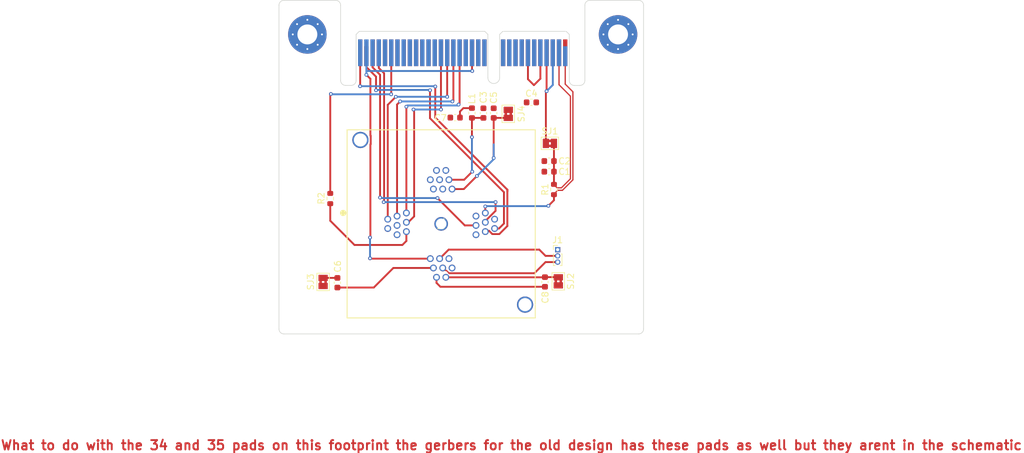
<source format=kicad_pcb>
(kicad_pcb (version 20240108) (generator "pcbnew") (generator_version "8.0")
  (layers (0 "F.Cu" signal) (31 "B.Cu" signal) (34 "B.Paste" user) (35 "F.Paste" user) (36 "B.SilkS" user "B.Silkscreen") (37 "F.SilkS" user "F.Silkscreen") (38 "B.Mask" user) (39 "F.Mask" user) (44 "Edge.Cuts" user))
  (net 0 "")
  (net 1 "+3V3")
  (net 2 "GND")
  (net 3 "Net-(U1-PAVDD)")
  (net 4 "Net-(U1-DVDD)")
  (net 5 "Net-(U1-AVDD)")
  (net 6 "/SHUNTH")
  (net 7 "Net-(U1-RF2G4_IO2)")
  (net 8 "Net-(U1-RF2G4_IO1)")
  (net 9 "/SWCLK")
  (net 16 "/RST")
  (net 17 "/GPIO1")
  (net 18 "Net-(P1-CLKOUT)")
  (net 20 "/GPIO4")
  (net 24 "/GPIO2")
  (net 25 "/FILT")
  (net 33 "Net-(P1-FILTIN)")
  (net 35 "/SWDIO")
  (net 39 "/GPIO3")
  (net 40 "/TDI")
  (net 43 "/TDO")
  (net 45 "/SHUNTL")
  (net 56 "/CLKIN")
  (footprint "Inductor_SMD:L_0603_1608Metric" (layer "F.Cu") (at 141.55 84.112499 -90)
    (property "Reference" "L1" (at -2.312499 0 90) (layer "F.SilkS"))
    (property "Value" "IND_1K_0603")
    (fp_line (start -0.16278 0.51) (end 0.16278 0.51) (stroke (width 0.12)) (layer "F.SilkS"))
    (fp_line (start -0.16278 -0.51) (end 0.16278 -0.51) (stroke (width 0.12)) (layer "F.SilkS"))
    (pad "1" smd roundrect (at -0.787501 0 270) (size 0.875 0.95) (layers "F.Cu" "F.Paste" "F.Mask") (net 1 "+3V3"))
    (pad "2" smd roundrect (at 0.787501 0 270) (size 0.875 0.95) (layers "F.Cu" "F.Paste" "F.Mask") (net 5 "Net-(U1-AVDD)"))
  )
  (footprint "Capacitor_SMD:C_0603_1608Metric" (layer "F.Cu") (at 153.975 91.85)
    (property "Reference" "C2" (at 2.475 0 0) (layer "F.SilkS"))
    (property "Value" "CAP_2u2_10V_0603")
    (fp_line (start -0.14058 -0.51) (end 0.14058 -0.51) (stroke (width 0.12)) (layer "F.SilkS"))
    (fp_line (start -0.14058 0.51) (end 0.14058 0.51) (stroke (width 0.12)) (layer "F.SilkS"))
    (pad "1" smd roundrect (at -0.775 0) (size 0.9 0.95) (layers "F.Cu" "F.Paste" "F.Mask") (net 2 "GND"))
    (pad "2" smd roundrect (at 0.775 0) (size 0.9 0.95) (layers "F.Cu" "F.Paste" "F.Mask") (net 6 "/SHUNTH"))
  )
  (footprint "tutorial_2_library:CW312_Template" (layer "F.Cu") (at 115.065 71.465)
    (property "Reference" "P1" (hide yes))
    (property "Value" "PCIEx4 EDGE CONNECTOR")
    (fp_line (start -4.57 -4.69) (end -4.57 47.4) (stroke (width 0.1)) (layer "Edge.Cuts"))
    (fp_line (start 4.55 -5.49) (end -3.77 -5.49) (stroke (width 0.1)) (layer "Edge.Cuts"))
    (fp_line (start 5.35 7.4) (end 5.35 -4.69) (stroke (width 0.1)) (layer "Edge.Cuts"))
    (fp_line (start 7.05 8.2) (end 6.15 8.2) (stroke (width 0.1)) (layer "Edge.Cuts"))
    (fp_line (start 7.85 0) (end 8.35 -0.5) (stroke (width 0.1)) (layer "Edge.Cuts"))
    (fp_line (start 7.85 7.4) (end 7.85 0) (stroke (width 0.1)) (layer "Edge.Cuts"))
    (fp_line (start 28.55 -0.5) (end 8.35 -0.5) (stroke (width 0.1)) (layer "Edge.Cuts"))
    (fp_line (start 29.05 0) (end 28.55 -0.5) (stroke (width 0.1)) (layer "Edge.Cuts"))
    (fp_line (start 29.05 6.95) (end 29.05 0) (stroke (width 0.1)) (layer "Edge.Cuts"))
    (fp_line (start 30.95 0) (end 31.45 -0.5) (stroke (width 0.1)) (layer "Edge.Cuts"))
    (fp_line (start 30.95 6.95) (end 30.95 0) (stroke (width 0.1)) (layer "Edge.Cuts"))
    (fp_line (start 41.65 -0.5) (end 31.45 -0.5) (stroke (width 0.1)) (layer "Edge.Cuts"))
    (fp_line (start 42.15 0) (end 41.65 -0.5) (stroke (width 0.1)) (layer "Edge.Cuts"))
    (fp_line (start 42.15 7.41) (end 42.15 0) (stroke (width 0.1)) (layer "Edge.Cuts"))
    (fp_line (start 42.95 8.21) (end 43.86 8.21) (stroke (width 0.1)) (layer "Edge.Cuts"))
    (fp_line (start 44.66 7.41) (end 44.66 -4.69) (stroke (width 0.1)) (layer "Edge.Cuts"))
    (fp_line (start 45.46 -5.49) (end 53.31 -5.49) (stroke (width 0.1)) (layer "Edge.Cuts"))
    (fp_line (start 53.31 48.2) (end -3.77 48.2) (stroke (width 0.1)) (layer "Edge.Cuts"))
    (fp_line (start 54.11 -4.69) (end 54.11 47.4) (stroke (width 0.1)) (layer "Edge.Cuts"))
    (fp_arc (start -4.57 -4.69) (mid -4.335685 -5.255685) (end -3.77 -5.49) (stroke (width 0.1)) (layer "Edge.Cuts"))
    (fp_arc (start -3.77 48.2) (mid -4.335685 47.965685) (end -4.57 47.4) (stroke (width 0.1)) (layer "Edge.Cuts"))
    (fp_arc (start 4.55 -5.49) (mid 5.115685 -5.255685) (end 5.35 -4.69) (stroke (width 0.1)) (layer "Edge.Cuts"))
    (fp_arc (start 6.15 8.2) (mid 5.584315 7.965685) (end 5.35 7.4) (stroke (width 0.1)) (layer "Edge.Cuts"))
    (fp_arc (start 7.85 7.4) (mid 7.615685 7.965685) (end 7.05 8.2) (stroke (width 0.1)) (layer "Edge.Cuts"))
    (fp_arc (start 30.95 6.95) (mid 30 7.9) (end 29.05 6.95) (stroke (width 0.1)) (layer "Edge.Cuts"))
    (fp_arc (start 42.95 8.21) (mid 42.384315 7.975685) (end 42.15 7.41) (stroke (width 0.1)) (layer "Edge.Cuts"))
    (fp_arc (start 44.66 -4.69) (mid 44.894315 -5.255685) (end 45.46 -5.49) (stroke (width 0.1)) (layer "Edge.Cuts"))
    (fp_arc (start 44.66 7.41) (mid 44.425685 7.975685) (end 43.86 8.21) (stroke (width 0.1)) (layer "Edge.Cuts"))
    (fp_arc (start 53.31 -5.49) (mid 53.875685 -5.255685) (end 54.11 -4.69) (stroke (width 0.1)) (layer "Edge.Cuts"))
    (fp_arc (start 54.11 47.4) (mid 53.875685 47.965685) (end 53.31 48.2) (stroke (width 0.1)) (layer "Edge.Cuts"))
    (pad "A1" connect rect (at 41.5 3.5 180) (size 0.7 3.2) (layers "B.Cu" "B.Mask") (net 2 "GND"))
    (pad "A2" connect rect (at 40.5 2.95 180) (size 0.7 4.3) (layers "B.Cu" "B.Mask") (net 2 "GND"))
    (pad "A3" connect rect (at 39.5 2.95 180) (size 0.7 4.3) (layers "B.Cu" "B.Mask") (net 25 "/FILT"))
    (pad "A4" connect rect (at 38.5 2.95 180) (size 0.7 4.3) (layers "B.Cu" "B.Mask"))
    (pad "A5" connect rect (at 37.5 2.95 180) (size 0.7 4.3) (layers "B.Cu" "B.Mask") (net 1 "+3V3"))
    (pad "A6" connect rect (at 36.5 2.95 180) (size 0.7 4.3) (layers "B.Cu" "B.Mask"))
    (pad "A7" connect rect (at 35.5 2.95 180) (size 0.7 4.3) (layers "B.Cu" "B.Mask"))
    (pad "A8" connect rect (at 34.5 2.95 180) (size 0.7 4.3) (layers "B.Cu" "B.Mask") (net 2 "GND"))
    (pad "A9" connect rect (at 33.5 2.95 180) (size 0.7 4.3) (layers "B.Cu" "B.Mask"))
    (pad "A10" connect rect (at 32.5 2.95 180) (size 0.7 4.3) (layers "B.Cu" "B.Mask"))
    (pad "A11" connect rect (at 31.5 2.95 180) (size 0.7 4.3) (layers "B.Cu" "B.Mask"))
    (pad "A12" connect rect (at 28.5 2.95 180) (size 0.7 4.3) (layers "B.Cu" "B.Mask"))
    (pad "A13" connect rect (at 27.5 2.95 180) (size 0.7 4.3) (layers "B.Cu" "B.Mask"))
    (pad "A14" connect rect (at 26.5 2.95 180) (size 0.7 4.3) (layers "B.Cu" "B.Mask"))
    (pad "A15" connect rect (at 25.5 2.95 180) (size 0.7 4.3) (layers "B.Cu" "B.Mask"))
    (pad "A16" connect rect (at 24.5 2.95 180) (size 0.7 4.3) (layers "B.Cu" "B.Mask"))
    (pad "A17" connect rect (at 23.5 2.95 180) (size 0.7 4.3) (layers "B.Cu" "B.Mask"))
    (pad "A18" connect rect (at 22.5 2.95 180) (size 0.7 4.3) (layers "B.Cu" "B.Mask"))
    (pad "A19" connect rect (at 21.5 2.95 180) (size 0.7 4.3) (layers "B.Cu" "B.Mask"))
    (pad "A20" connect rect (at 20.5 2.95 180) (size 0.7 4.3) (layers "B.Cu" "B.Mask") (net 2 "GND"))
    (pad "A21" connect rect (at 19.5 2.95 180) (size 0.7 4.3) (layers "B.Cu" "B.Mask"))
    (pad "A22" connect rect (at 18.5 2.95 180) (size 0.7 4.3) (layers "B.Cu" "B.Mask"))
    (pad "A23" connect rect (at 17.5 2.95 180) (size 0.7 4.3) (layers "B.Cu" "B.Mask"))
    (pad "A24" connect rect (at 16.5 2.95 180) (size 0.7 4.3) (layers "B.Cu" "B.Mask"))
    (pad "A25" connect rect (at 15.5 2.95 180) (size 0.7 4.3) (layers "B.Cu" "B.Mask"))
    (pad "A26" connect rect (at 14.5 2.95 180) (size 0.7 4.3) (layers "B.Cu" "B.Mask"))
    (pad "A27" connect rect (at 13.5 2.95 180) (size 0.7 4.3) (layers "B.Cu" "B.Mask") (net 2 "GND"))
    (pad "A28" connect rect (at 12.5 2.95 180) (size 0.7 4.3) (layers "B.Cu" "B.Mask") (net 2 "GND"))
    (pad "A29" connect rect (at 11.5 2.95 180) (size 0.7 4.3) (layers "B.Cu" "B.Mask"))
    (pad "A30" connect rect (at 10.5 2.95 180) (size 0.7 4.3) (layers "B.Cu" "B.Mask"))
    (pad "A31" connect rect (at 9.5 2.95 180) (size 0.7 4.3) (layers "B.Cu" "B.Mask") (net 16 "/RST"))
    (pad "A32" connect rect (at 8.5 2.95 180) (size 0.7 4.3) (layers "B.Cu" "B.Mask"))
    (pad "B1" connect rect (at 41.5 2.95 180) (size 0.7 4.3) (layers "F.Cu" "F.Mask") (net 45 "/SHUNTL"))
    (pad "B2" connect rect (at 40.5 2.95 180) (size 0.7 4.3) (layers "F.Cu" "F.Mask") (net 6 "/SHUNTH"))
    (pad "B3" connect rect (at 39.5 2.95 180) (size 0.7 4.3) (layers "F.Cu" "F.Mask") (net 2 "GND"))
    (pad "B4" connect rect (at 38.5 2.95 180) (size 0.7 4.3) (layers "F.Cu" "F.Mask") (net 25 "/FILT"))
    (pad "B5" connect rect (at 37.5 2.95 180) (size 0.7 4.3) (layers "F.Cu" "F.Mask") (net 33 "Net-(P1-FILTIN)"))
    (pad "B6" connect rect (at 36.5 2.95 180) (size 0.7 4.3) (layers "F.Cu" "F.Mask"))
    (pad "B7" connect rect (at 35.5 2.95 180) (size 0.7 4.3) (layers "F.Cu" "F.Mask") (net 33 "Net-(P1-FILTIN)"))
    (pad "B8" connect rect (at 34.5 2.95 180) (size 0.7 4.3) (layers "F.Cu" "F.Mask"))
    (pad "B9" connect rect (at 33.5 2.95 180) (size 0.7 4.3) (layers "F.Cu" "F.Mask") (net 2 "GND"))
    (pad "B10" connect rect (at 32.5 2.95 180) (size 0.7 4.3) (layers "F.Cu" "F.Mask") (net 1 "+3V3"))
    (pad "B11" connect rect (at 31.5 2.95 180) (size 0.7 4.3) (layers "F.Cu" "F.Mask"))
    (pad "B12" connect rect (at 28.5 2.95 180) (size 0.7 4.3) (layers "F.Cu" "F.Mask"))
    (pad "B13" connect rect (at 27.5 2.95 180) (size 0.7 4.3) (layers "F.Cu" "F.Mask"))
    (pad "B14" connect rect (at 26.5 2.95 180) (size 0.7 4.3) (layers "F.Cu" "F.Mask") (net 16 "/RST"))
    (pad "B15" connect rect (at 25.5 2.95 180) (size 0.7 4.3) (layers "F.Cu" "F.Mask") (net 2 "GND"))
    (pad "B16" connect rect (at 24.5 2.95 180) (size 0.7 4.3) (layers "F.Cu" "F.Mask") (net 17 "/GPIO1"))
    (pad "B17" connect rect (at 23.5 2.95 180) (size 0.7 4.3) (layers "F.Cu" "F.Mask") (net 24 "/GPIO2"))
    (pad "B18" connect rect (at 22.5 2.95 180) (size 0.7 4.3) (layers "F.Cu" "F.Mask") (net 39 "/GPIO3"))
    (pad "B19" connect rect (at 21.5 2.95 180) (size 0.7 4.3) (layers "F.Cu" "F.Mask") (net 20 "/GPIO4"))
    (pad "B20" connect rect (at 20.5 2.95 180) (size 0.7 4.3) (layers "F.Cu" "F.Mask"))
    (pad "B21" connect rect (at 19.5 2.95 180) (size 0.7 4.3) (layers "F.Cu" "F.Mask") (net 2 "GND"))
    (pad "B22" connect rect (at 18.5 2.95 180) (size 0.7 4.3) (layers "F.Cu" "F.Mask") (net 2 "GND"))
    (pad "B23" connect rect (at 17.5 2.95 180) (size 0.7 4.3) (layers "F.Cu" "F.Mask"))
    (pad "B24" connect rect (at 16.5 2.95 180) (size 0.7 4.3) (layers "F.Cu" "F.Mask"))
    (pad "B25" connect rect (at 15.5 2.95 180) (size 0.7 4.3) (layers "F.Cu" "F.Mask"))
    (pad "B26" connect rect (at 14.5 2.95 180) (size 0.7 4.3) (layers "F.Cu" "F.Mask"))
    (pad "B27" connect rect (at 13.5 2.95 180) (size 0.7 4.3) (layers "F.Cu" "F.Mask") (net 18 "Net-(P1-CLKOUT)"))
    (pad "B28" connect rect (at 12.5 2.95 180) (size 0.7 4.3) (layers "F.Cu" "F.Mask"))
    (pad "B29" connect rect (at 11.5 2.95 180) (size 0.7 4.3) (layers "F.Cu" "F.Mask") (net 40 "/TDI"))
    (pad "B30" connect rect (at 10.5 2.95 180) (size 0.7 4.3) (layers "F.Cu" "F.Mask") (net 43 "/TDO"))
    (pad "B31" connect rect (at 9.5 3.5 180) (size 0.7 3.2) (layers "F.Cu" "F.Mask") (net 35 "/SWDIO"))
    (pad "B32" connect rect (at 8.5 2.95 180) (size 0.7 4.3) (layers "F.Cu" "F.Mask") (net 9 "/SWCLK"))
    (pad "MH" thru_hole circle (at -2.35 0) (size 1 1) (drill 0.3) (layers "*.Cu" "*.Mask"))
    (pad "MH" thru_hole circle (at -1.66 -1.66) (size 1 1) (drill 0.3) (layers "*.Cu" "*.Mask"))
    (pad "MH" thru_hole circle (at -1.66 1.66) (size 1 1) (drill 0.3) (layers "*.Cu" "*.Mask"))
    (pad "MH" thru_hole circle (at 0 -2.35) (size 1 1) (drill 0.3) (layers "*.Cu" "*.Mask"))
    (pad "MH" thru_hole circle (at 0 0) (size 6.2 6.2) (drill 3.2) (layers "*.Cu" "*.Mask"))
    (pad "MH" thru_hole circle (at 0 2.35) (size 1 1) (drill 0.3) (layers "*.Cu" "*.Mask"))
    (pad "MH" thru_hole circle (at 1.66 -1.66) (size 1 1) (drill 0.3) (layers "*.Cu" "*.Mask"))
    (pad "MH" thru_hole circle (at 1.66 1.66) (size 1 1) (drill 0.3) (layers "*.Cu" "*.Mask"))
    (pad "MH" thru_hole circle (at 2.35 0) (size 1 1) (drill 0.3) (layers "*.Cu" "*.Mask"))
    (pad "MH" thru_hole circle (at 47.65 0) (size 1 1) (drill 0.3) (layers "*.Cu" "*.Mask"))
    (pad "MH" thru_hole circle (at 48.34 -1.66) (size 1 1) (drill 0.3) (layers "*.Cu" "*.Mask"))
    (pad "MH" thru_hole circle (at 48.34 1.66) (size 1 1) (drill 0.3) (layers "*.Cu" "*.Mask"))
    (pad "MH" thru_hole circle (at 50 -2.34) (size 1 1) (drill 0.3) (layers "*.Cu" "*.Mask"))
    (pad "MH" thru_hole circle (at 50 0) (size 6.2 6.2) (drill 3.2) (layers "*.Cu" "*.Mask"))
    (pad "MH" thru_hole circle (at 50 2.36) (size 1 1) (drill 0.3) (layers "*.Cu" "*.Mask"))
    (pad "MH" thru_hole circle (at 51.66 -1.66) (size 1 1) (drill 0.3) (layers "*.Cu" "*.Mask"))
    (pad "MH" thru_hole circle (at 51.66 1.66) (size 1 1) (drill 0.3) (layers "*.Cu" "*.Mask"))
    (pad "MH" thru_hole circle (at 52.35 0) (size 1 1) (drill 0.3) (layers "*.Cu" "*.Mask"))
  )
  (footprint "Capacitor_SMD:C_0603_1608Metric" (layer "F.Cu") (at 153.975 93.55)
    (property "Reference" "C1" (at 2.475 0 0) (layer "F.SilkS"))
    (property "Value" "CAP_100n_10V_0603")
    (fp_line (start -0.14058 -0.51) (end 0.14058 -0.51) (stroke (width 0.12)) (layer "F.SilkS"))
    (fp_line (start -0.14058 0.51) (end 0.14058 0.51) (stroke (width 0.12)) (layer "F.SilkS"))
    (pad "1" smd roundrect (at -0.775 0) (size 0.9 0.95) (layers "F.Cu" "F.Paste" "F.Mask") (net 2 "GND"))
    (pad "2" smd roundrect (at 0.775 0) (size 0.9 0.95) (layers "F.Cu" "F.Paste" "F.Mask") (net 6 "/SHUNTH"))
  )
  (footprint "Resistor_SMD:R_0603_1608Metric" (layer "F.Cu") (at 154.75 96.425 90)
    (property "Reference" "R1" (at 0 -1.43 90) (layer "F.SilkS"))
    (property "Value" "RES_22R_0603")
    (fp_line (start -0.237258 -0.5225) (end 0.237258 -0.5225) (stroke (width 0.12)) (layer "F.SilkS"))
    (fp_line (start -0.237258 0.5225) (end 0.237258 0.5225) (stroke (width 0.12)) (layer "F.SilkS"))
    (pad "1" smd roundrect (at -0.825 0 90) (size 0.8 0.95) (layers "F.Cu" "F.Paste" "F.Mask") (net 45 "/SHUNTL"))
    (pad "2" smd roundrect (at 0.825 0 90) (size 0.8 0.95) (layers "F.Cu" "F.Paste" "F.Mask") (net 6 "/SHUNTH"))
  )
  (footprint "Capacitor_SMD:C_0603_1608Metric" (layer "F.Cu") (at 145.05 84.125 -90)
    (property "Reference" "C5" (at -2.475 0 90) (layer "F.SilkS"))
    (property "Value" "CAP_100n_10V_0603")
    (fp_line (start -0.140581 0.51) (end 0.140581 0.51) (stroke (width 0.12)) (layer "F.SilkS"))
    (fp_line (start -0.140581 -0.51) (end 0.140581 -0.51) (stroke (width 0.12)) (layer "F.SilkS"))
    (pad "1" smd roundrect (at -0.775 0 270) (size 0.9 0.95) (layers "F.Cu" "F.Paste" "F.Mask") (net 2 "GND"))
    (pad "2" smd roundrect (at 0.775 0 270) (size 0.9 0.95) (layers "F.Cu" "F.Paste" "F.Mask") (net 4 "Net-(U1-DVDD)"))
  )
  (footprint "Connector_PinHeader_1.00mm:PinHeader_1x03_P1.00mm_Vertical" (layer "F.Cu") (at 155.3461 106.103899)
    (property "Reference" "J1" (at 0 -1.560001 360) (layer "F.SilkS"))
    (property "Value" "1x3 straight header pins")
    (fp_line (start -0.695 -0.685) (end 0 -0.685) (stroke (width 0.12)) (layer "F.SilkS"))
    (fp_line (start -0.695 0) (end -0.695 -0.685) (stroke (width 0.12)) (layer "F.SilkS"))
    (fp_line (start -0.695 0.685) (end -0.695 2.56) (stroke (width 0.12)) (layer "F.SilkS"))
    (fp_line (start -0.695 0.685) (end -0.608276 0.685) (stroke (width 0.12)) (layer "F.SilkS"))
    (fp_line (start -0.695 2.56) (end -0.394493 2.56) (stroke (width 0.12)) (layer "F.SilkS"))
    (fp_line (start 0.394493 2.56) (end 0.695 2.56) (stroke (width 0.12)) (layer "F.SilkS"))
    (fp_line (start 0.608276 0.685) (end 0.695 0.685) (stroke (width 0.12)) (layer "F.SilkS"))
    (fp_line (start 0.695 0.685) (end 0.695 2.56) (stroke (width 0.12)) (layer "F.SilkS"))
    (pad "1" thru_hole rect (at 0 0) (size 0.85 0.85) (drill 0.5) (layers "*.Cu" "*.Mask") (net 2 "GND"))
    (pad "2" thru_hole oval (at 0 1) (size 0.85 0.85) (drill 0.5) (layers "*.Cu" "*.Mask") (net 7 "Net-(U1-RF2G4_IO2)"))
    (pad "3" thru_hole oval (at 0 2.000001) (size 0.85 0.85) (drill 0.5) (layers "*.Cu" "*.Mask") (net 8 "Net-(U1-RF2G4_IO1)"))
  )
  (footprint "Capacitor_SMD:C_0603_1608Metric" (layer "F.Cu") (at 153.3 111.3 90)
    (property "Reference" "C8" (at -2.5 0.05 90) (layer "F.SilkS"))
    (property "Value" "CAP_100n_10V_0603")
    (fp_line (start -0.140581 -0.51) (end 0.140581 -0.51) (stroke (width 0.12)) (layer "F.SilkS"))
    (fp_line (start -0.140581 0.51) (end 0.140581 0.51) (stroke (width 0.12)) (layer "F.SilkS"))
    (pad "1" smd roundrect (at -0.775 0 90) (size 0.9 0.95) (layers "F.Cu" "F.Paste" "F.Mask") (net 2 "GND"))
    (pad "2" smd roundrect (at 0.775 0 90) (size 0.9 0.95) (layers "F.Cu" "F.Paste" "F.Mask") (net 3 "Net-(U1-PAVDD)"))
  )
  (footprint "Capacitor_SMD:C_0603_1608Metric" (layer "F.Cu") (at 151.125 82.4)
    (property "Reference" "C4" (at 0 -1.43 0) (layer "F.SilkS"))
    (property "Value" "CAP_2u2_10V_0603")
    (fp_line (start -0.14058 -0.51) (end 0.14058 -0.51) (stroke (width 0.12)) (layer "F.SilkS"))
    (fp_line (start -0.14058 0.51) (end 0.14058 0.51) (stroke (width 0.12)) (layer "F.SilkS"))
    (pad "1" smd roundrect (at -0.775 0) (size 0.9 0.95) (layers "F.Cu" "F.Paste" "F.Mask") (net 2 "GND"))
    (pad "2" smd roundrect (at 0.775 0) (size 0.9 0.95) (layers "F.Cu" "F.Paste" "F.Mask") (net 1 "+3V3"))
  )
  (footprint "Capacitor_SMD:C_0603_1608Metric" (layer "F.Cu") (at 143.4 84.125 -90)
    (property "Reference" "C3" (at -2.525 0 90) (layer "F.SilkS"))
    (property "Value" "CAP_100n_10V_0603")
    (fp_line (start -0.140581 0.51) (end 0.140581 0.51) (stroke (width 0.12)) (layer "F.SilkS"))
    (fp_line (start -0.140581 -0.51) (end 0.140581 -0.51) (stroke (width 0.12)) (layer "F.SilkS"))
    (pad "1" smd roundrect (at -0.775 0 270) (size 0.9 0.95) (layers "F.Cu" "F.Paste" "F.Mask") (net 2 "GND"))
    (pad "2" smd roundrect (at 0.775 0 270) (size 0.9 0.95) (layers "F.Cu" "F.Paste" "F.Mask") (net 5 "Net-(U1-AVDD)"))
  )
  (footprint "Jumper:SolderJumper-2_P1.3mm_Bridged2Bar_Pad1.0x1.5mm" (layer "F.Cu") (at 117.6 111.3 -90)
    (property "Reference" "SJ3" (at 0 2 90) (layer "F.SilkS"))
    (property "Value" "~")
    (fp_poly (pts (xy -0.25 0.2) (xy 0.25 0.2) (xy 0.25 0.6) (xy -0.25 0.6)) (fill solid) (layer "F.Cu"))
    (fp_poly (pts (xy -0.25 -0.6) (xy 0.25 -0.6) (xy 0.25 -0.2) (xy -0.25 -0.2)) (fill solid) (layer "F.Cu"))
    (fp_line (start -1.4 1) (end -1.4 -1) (stroke (width 0.12)) (layer "F.SilkS"))
    (fp_line (start 1.4 1) (end -1.4 1) (stroke (width 0.12)) (layer "F.SilkS"))
    (fp_line (start -1.4 -1) (end 1.4 -1) (stroke (width 0.12)) (layer "F.SilkS"))
    (fp_line (start 1.4 -1) (end 1.4 1) (stroke (width 0.12)) (layer "F.SilkS"))
    (pad "1" smd rect (at -0.649999 0 270) (size 1 1.5) (layers "F.Cu" "F.Mask") (net 2 "GND"))
    (pad "2" smd rect (at 0.649999 0 270) (size 1 1.5) (layers "F.Cu" "F.Mask") (net 1 "+3V3"))
  )
  (footprint "Capacitor_SMD:C_0603_1608Metric" (layer "F.Cu") (at 119.9 111.425 -90)
    (property "Reference" "C6" (at -2.625 -0.05 90) (layer "F.SilkS"))
    (property "Value" "CAP_100n_10V_0603")
    (fp_line (start -0.140581 0.51) (end 0.140581 0.51) (stroke (width 0.12)) (layer "F.SilkS"))
    (fp_line (start -0.140581 -0.51) (end 0.140581 -0.51) (stroke (width 0.12)) (layer "F.SilkS"))
    (pad "1" smd roundrect (at -0.775 0 270) (size 0.9 0.95) (layers "F.Cu" "F.Paste" "F.Mask") (net 2 "GND"))
    (pad "2" smd roundrect (at 0.775 0 270) (size 0.9 0.95) (layers "F.Cu" "F.Paste" "F.Mask") (net 2 "GND"))
  )
  (footprint "Jumper:SolderJumper-2_P1.3mm_Bridged2Bar_Pad1.0x1.5mm" (layer "F.Cu") (at 155.45 111.200001 -90)
    (property "Reference" "SJ2" (at -0.000001 -2 90) (layer "F.SilkS"))
    (property "Value" "~")
    (fp_poly (pts (xy -0.25 0.2) (xy 0.25 0.2) (xy 0.25 0.6) (xy -0.25 0.6)) (fill solid) (layer "F.Cu"))
    (fp_poly (pts (xy -0.25 -0.6) (xy 0.25 -0.6) (xy 0.25 -0.2) (xy -0.25 -0.2)) (fill solid) (layer "F.Cu"))
    (fp_line (start -1.4 1) (end -1.4 -1) (stroke (width 0.12)) (layer "F.SilkS"))
    (fp_line (start 1.4 1) (end -1.4 1) (stroke (width 0.12)) (layer "F.SilkS"))
    (fp_line (start -1.4 -1) (end 1.4 -1) (stroke (width 0.12)) (layer "F.SilkS"))
    (fp_line (start 1.4 -1) (end 1.4 1) (stroke (width 0.12)) (layer "F.SilkS"))
    (pad "1" smd rect (at -0.649999 0 270) (size 1 1.5) (layers "F.Cu" "F.Mask") (net 3 "Net-(U1-PAVDD)"))
    (pad "2" smd rect (at 0.649999 0 270) (size 1 1.5) (layers "F.Cu" "F.Mask") (net 1 "+3V3"))
  )
  (footprint "Resistor_SMD:R_0603_1608Metric" (layer "F.Cu") (at 118.75 97.875 -90)
    (property "Reference" "R2" (at -0.025 1.45 90) (layer "F.SilkS"))
    (property "Value" "RES_22R_0603")
    (fp_line (start -0.237258 0.5225) (end 0.237258 0.5225) (stroke (width 0.12)) (layer "F.SilkS"))
    (fp_line (start -0.237258 -0.5225) (end 0.237258 -0.5225) (stroke (width 0.12)) (layer "F.SilkS"))
    (pad "1" smd roundrect (at -0.825 0 270) (size 0.8 0.95) (layers "F.Cu" "F.Paste" "F.Mask") (net 18 "Net-(P1-CLKOUT)"))
    (pad "2" smd roundrect (at 0.825 0 270) (size 0.8 0.95) (layers "F.Cu" "F.Paste" "F.Mask") (net 56 "/CLKIN"))
  )
  (footprint "Jumper:SolderJumper-2_P1.3mm_Bridged2Bar_Pad1.0x1.5mm" (layer "F.Cu") (at 154.100001 89)
    (property "Reference" "SJ1" (at -0.000001 -1.95 360) (layer "F.SilkS"))
    (property "Value" "~")
    (fp_poly (pts (xy -0.25 -0.6) (xy 0.25 -0.6) (xy 0.25 -0.2) (xy -0.25 -0.2)) (fill solid) (layer "F.Cu"))
    (fp_poly (pts (xy -0.25 0.2) (xy 0.25 0.2) (xy 0.25 0.6) (xy -0.25 0.6)) (fill solid) (layer "F.Cu"))
    (fp_line (start -1.4 -1) (end 1.4 -1) (stroke (width 0.12)) (layer "F.SilkS"))
    (fp_line (start -1.4 1) (end -1.4 -1) (stroke (width 0.12)) (layer "F.SilkS"))
    (fp_line (start 1.4 -1) (end 1.4 1) (stroke (width 0.12)) (layer "F.SilkS"))
    (fp_line (start 1.4 1) (end -1.4 1) (stroke (width 0.12)) (layer "F.SilkS"))
    (pad "1" smd rect (at -0.649999 0) (size 1 1.5) (layers "F.Cu" "F.Mask") (net 25 "/FILT"))
    (pad "2" smd rect (at 0.649999 0) (size 1 1.5) (layers "F.Cu" "F.Mask") (net 6 "/SHUNTH"))
  )
  (footprint "tutorial_2_library:CONN_232-5205-01_3MM" (layer "F.Cu") (at 131.00057 100.198669 90)
    (property "Reference" "U1" (at -1.75133 5.6 90) (layer "F.SilkS"))
    (property "Value" "EFR32MG21A020F1024IM32-BR")
    (fp_line (start 13.38707 -9.5384) (end -16.88973 -9.5384) (stroke (width 0.1524)) (layer "F.SilkS"))
    (fp_line (start -16.88973 -9.5384) (end -16.88973 20.7384) (stroke (width 0.1524)) (layer "F.SilkS"))
    (fp_line (start 13.38707 -7.489464) (end 13.38707 -9.5384) (stroke (width 0.1524)) (layer "F.SilkS"))
    (fp_line (start 13.38707 20.7384) (end 13.38707 -7.310535) (stroke (width 0.1524)) (layer "F.SilkS"))
    (fp_line (start -14.661865 20.7384) (end 13.38707 20.7384) (stroke (width 0.1524)) (layer "F.SilkS"))
    (fp_line (start -16.88973 20.7384) (end -14.840794 20.7384) (stroke (width 0.1524)) (layer "F.SilkS"))
    (fp_circle (center 0 -10.1734) (end 0.254 -10.1734) (stroke (width 0.508)) (fill none) (layer "F.SilkS"))
    (pad "1" thru_hole circle (at 0 0 90) (size 1.0922 1.0922) (drill 0.7112) (layers "*.Cu" "*.Mask") (net 17 "/GPIO1"))
    (pad "2" thru_hole circle (at -0.50038 -1.500001 90) (size 1.0922 1.0922) (drill 0.7112) (layers "*.Cu" "*.Mask") (net 24 "/GPIO2"))
    (pad "3" thru_hole circle (at -1.00076 -3.000001 90) (size 1.0922 1.0922) (drill 0.7112) (layers "*.Cu" "*.Mask") (net 39 "/GPIO3"))
    (pad "4" thru_hole circle (at -1.50114 0 90) (size 1.0922 1.0922) (drill 0.7112) (layers "*.Cu" "*.Mask") (net 20 "/GPIO4"))
    (pad "5" thru_hole circle (at -2.001519 -1.500001 90) (size 1.0922 1.0922) (drill 0.7112) (layers "*.Cu" "*.Mask"))
    (pad "6" thru_hole circle (at -2.5019 -3.000002 90) (size 1.0922 1.0922) (drill 0.7112) (layers "*.Cu" "*.Mask"))
    (pad "7" thru_hole circle (at -3.002281 0 90) (size 1.0922 1.0922) (drill 0.7112) (layers "*.Cu" "*.Mask") (net 56 "/CLKIN"))
    (pad "8" thru_hole circle (at -3.502661 -1.500001 90) (size 1.0922 1.0922) (drill 0.7112) (layers "*.Cu" "*.Mask"))
    (pad "9" thru_hole circle (at -7.351329 3.84867 180) (size 1.0922 1.0922) (drill 0.7112) (layers "*.Cu" "*.Mask") (net 16 "/RST"))
    (pad "10" thru_hole circle (at -8.851331 4.34905 180) (size 1.0922 1.0922) (drill 0.7112) (layers "*.Cu" "*.Mask") (net 2 "GND"))
    (pad "11" thru_hole circle (at -10.351331 4.84943 180) (size 1.0922 1.0922) (drill 0.7112) (layers "*.Cu" "*.Mask") (net 2 "GND"))
    (pad "12" thru_hole circle (at -7.35133 5.34981 180) (size 1.0922 1.0922) (drill 0.7112) (layers "*.Cu" "*.Mask") (net 7 "Net-(U1-RF2G4_IO2)"))
    (pad "13" thru_hole circle (at -8.851331 5.85019 180) (size 1.0922 1.0922) (drill 0.7112) (layers "*.Cu" "*.Mask") (net 8 "Net-(U1-RF2G4_IO1)"))
    (pad "14" thru_hole circle (at -10.351331 6.35057 180) (size 1.0922 1.0922) (drill 0.7112) (layers "*.Cu" "*.Mask") (net 3 "Net-(U1-PAVDD)"))
    (pad "15" thru_hole circle (at -7.351329 6.85095 180) (size 1.0922 1.0922) (drill 0.7112) (layers "*.Cu" "*.Mask"))
    (pad "16" thru_hole circle (at -8.851331 7.35133 180) (size 1.0922 1.0922) (drill 0.7112) (layers "*.Cu" "*.Mask"))
    (pad "17" thru_hole circle (at -3.50266 11.199999 90) (size 1.0922 1.0922) (drill 0.7112) (layers "*.Cu" "*.Mask"))
    (pad "18" thru_hole circle (at -3.00228 12.700001 90) (size 1.0922 1.0922) (drill 0.7112) (layers "*.Cu" "*.Mask") (net 9 "/SWCLK"))
    (pad "19" thru_hole circle (at -2.501899 14.200001 90) (size 1.0922 1.0922) (drill 0.7112) (layers "*.Cu" "*.Mask") (net 35 "/SWDIO"))
    (pad "20" thru_hole circle (at -2.00152 11.199999 90) (size 1.0922 1.0922) (drill 0.7112) (layers "*.Cu" "*.Mask") (net 43 "/TDO"))
    (pad "21" thru_hole circle (at -1.50114 12.700001 90) (size 1.0922 1.0922) (drill 0.7112) (layers "*.Cu" "*.Mask") (net 40 "/TDI"))
    (pad "22" thru_hole circle (at -1.00076 14.200001 90) (size 1.0922 1.0922) (drill 0.7112) (layers "*.Cu" "*.Mask"))
    (pad "23" thru_hole circle (at -0.50038 11.199999 90) (size 1.0922 1.0922) (drill 0.7112) (layers "*.Cu" "*.Mask"))
    (pad "24" thru_hole circle (at 0 12.700001 90) (size 1.0922 1.0922) (drill 0.7112) (layers "*.Cu" "*.Mask") (net 45 "/SHUNTL"))
    (pad "25" thru_hole circle (at 3.848669 7.35133 180) (size 1.0922 1.0922) (drill 0.7112) (layers "*.Cu" "*.Mask") (net 4 "Net-(U1-DVDD)"))
    (pad "26" thru_hole circle (at 5.348671 6.85095 180) (size 1.0922 1.0922) (drill 0.7112) (layers "*.Cu" "*.Mask") (net 5 "Net-(U1-AVDD)"))
    (pad "27" thru_hole circle (at 6.848671 6.35057 180) (size 1.0922 1.0922) (drill 0.7112) (layers "*.Cu" "*.Mask") (net 1 "+3V3"))
    (pad "28" thru_hole circle (at 3.848669 5.85019 180) (size 1.0922 1.0922) (drill 0.7112) (layers "*.Cu" "*.Mask"))
    (pad "29" thru_hole circle (at 5.348671 5.349809 180) (size 1.0922 1.0922) (drill 0.7112) (layers "*.Cu" "*.Mask"))
    (pad "30" thru_hole circle (at 6.848671 4.84943 180) (size 1.0922 1.0922) (drill 0.7112) (layers "*.Cu" "*.Mask"))
    (pad "31" thru_hole circle (at 3.848669 4.34905 180) (size 1.0922 1.0922) (drill 0.7112) (layers "*.Cu" "*.Mask"))
    (pad "32" thru_hole circle (at 5.348671 3.84867 180) (size 1.0922 1.0922) (drill 0.7112) (layers "*.Cu" "*.Mask"))
    (pad "33" thru_hole circle (at -1.75133 5.6 90) (size 2.2098 2.2098) (drill 1.7018) (layers "*.Cu" "*.Mask") (net 2 "GND"))
    (pad "34" thru_hole circle (at -14.751329 19.100001 90) (size 2.6162 2.6162) (drill 2.1082) (layers "*.Cu" "*.Mask"))
    (pad "35" thru_hole circle (at 11.74867 -7.399999 90) (size 2.6162 2.6162) (drill 2.1082) (layers "*.Cu" "*.Mask"))
  )
  (footprint "Capacitor_SMD:C_0603_1608Metric" (layer "F.Cu") (at 138.85 84.85)
    (property "Reference" "C7" (at -2.35 0.05 0) (layer "F.SilkS"))
    (property "Value" "CAP_100n_10V_0603")
    (fp_line (start -0.14058 -0.51) (end 0.14058 -0.51) (stroke (width 0.12)) (layer "F.SilkS"))
    (fp_line (start -0.14058 0.51) (end 0.14058 0.51) (stroke (width 0.12)) (layer "F.SilkS"))
    (pad "1" smd roundrect (at -0.775 0) (size 0.9 0.95) (layers "F.Cu" "F.Paste" "F.Mask") (net 2 "GND"))
    (pad "2" smd roundrect (at 0.775 0) (size 0.9 0.95) (layers "F.Cu" "F.Paste" "F.Mask") (net 1 "+3V3"))
  )
  (footprint "Jumper:SolderJumper-2_P1.3mm_Bridged2Bar_Pad1.0x1.5mm" (layer "F.Cu") (at 147.4 84.250001 90)
    (property "Reference" "SJ4" (at 0.000001 2.1 90) (layer "F.SilkS"))
    (property "Value" "~")
    (fp_poly (pts (xy -0.25 -0.6) (xy 0.25 -0.6) (xy 0.25 -0.2) (xy -0.25 -0.2)) (fill solid) (layer "F.Cu"))
    (fp_poly (pts (xy -0.25 0.2) (xy 0.25 0.2) (xy 0.25 0.6) (xy -0.25 0.6)) (fill solid) (layer "F.Cu"))
    (fp_line (start 1.4 -1) (end 1.4 1) (stroke (width 0.12)) (layer "F.SilkS"))
    (fp_line (start -1.4 -1) (end 1.4 -1) (stroke (width 0.12)) (layer "F.SilkS"))
    (fp_line (start 1.4 1) (end -1.4 1) (stroke (width 0.12)) (layer "F.SilkS"))
    (fp_line (start -1.4 1) (end -1.4 -1) (stroke (width 0.12)) (layer "F.SilkS"))
    (pad "1" smd rect (at -0.649999 0 90) (size 1 1.5) (layers "F.Cu" "F.Mask") (net 4 "Net-(U1-DVDD)"))
    (pad "2" smd rect (at 0.649999 0 90) (size 1 1.5) (layers "F.Cu" "F.Mask") (net 1 "+3V3"))
  )
  (gr_text "What to do with the 34 and 35 pads on this footprint the gerbers for the old design has these pads as well but they arent in the schematic\n" (at 65.6 138.45 0) (layer "F.Cu") (effects (font (size 1.5 1.5) (thickness 0.3) (bold yes)) (justify left bottom)))
  (segment (start 141.55 83.324998) (end 140.175002 83.324998) (width 0.3) (layer "F.Cu") (net 1))
  (segment (start 140.175002 83.324998) (end 139.625 83.875) (width 0.3) (layer "F.Cu") (net 1))
  (segment (start 139.625 83.875) (end 139.625 84.85) (width 0.3) (layer "F.Cu") (net 1))
  (segment (start 136.475 112.075) (end 153.3 112.075) (width 0.3) (layer "F.Cu") (net 2))
  (segment (start 135.34962 109.05) (end 128.9 109.05) (width 0.3) (layer "F.Cu") (net 2))
  (segment (start 128.9 109.05) (end 125.75 112.2) (width 0.3) (layer "F.Cu") (net 2))
  (segment (start 119.9 110.65) (end 117.600001 110.65) (width 0.3) (layer "F.Cu") (net 2))
  (segment (start 117.600001 110.65) (end 117.6 110.650001) (width 0.2) (layer "F.Cu") (net 2))
  (segment (start 125.75 112.2) (end 119.9 112.2) (width 0.3) (layer "F.Cu") (net 2))
  (segment (start 135.85 110.55) (end 135.85 111.45) (width 0.3) (layer "F.Cu") (net 2))
  (segment (start 135.85 111.45) (end 136.475 112.075) (width 0.3) (layer "F.Cu") (net 2))
  (segment (start 153.125 110.35) (end 153.3 110.525) (width 0.3) (layer "F.Cu") (net 3))
  (segment (start 153.3 110.525) (end 155.424998 110.525) (width 0.3) (layer "F.Cu") (net 3))
  (segment (start 137.35114 110.55) (end 153.175 110.55) (width 0.3) (layer "F.Cu") (net 3))
  (segment (start 140.25 96.35) (end 138.3519 96.35) (width 0.3) (layer "F.Cu") (net 4))
  (segment (start 145.05 91.35) (end 145.05 84.9) (width 0.3) (layer "F.Cu") (net 4))
  (segment (start 142.35 94.25) (end 140.25 96.35) (width 0.3) (layer "F.Cu") (net 4))
  (segment (start 147.4 84.9) (end 145.05 84.9) (width 0.3) (layer "F.Cu") (net 4))
  (via (at 145.05 91.35) (size 0.6) (drill 0.3) (layers "F.Cu" "B.Cu") (net 4))
  (via (at 142.35 94.25) (size 0.6) (drill 0.3) (layers "F.Cu" "B.Cu") (net 4))
  (segment (start 145.05 89.15) (end 145.05 91.55) (width 0.3) (layer "B.Cu") (net 4))
  (segment (start 145.05 91.55) (end 142.35 94.25) (width 0.3) (layer "B.Cu") (net 4))
  (segment (start 140.300002 94.849998) (end 137.85152 94.849998) (width 0.3) (layer "F.Cu") (net 5))
  (segment (start 143.4 84.9) (end 141.55 84.9) (width 0.3) (layer "F.Cu") (net 5))
  (segment (start 141.6 93.55) (end 140.300002 94.849998) (width 0.3) (layer "F.Cu") (net 5))
  (segment (start 141.55 88) (end 141.55 84.9) (width 0.3) (layer "F.Cu") (net 5))
  (via (at 141.55 88) (size 0.6) (drill 0.3) (layers "F.Cu" "B.Cu") (net 5))
  (via (at 141.6 93.55) (size 0.6) (drill 0.3) (layers "F.Cu" "B.Cu") (net 5))
  (segment (start 141.55 93.5) (end 141.55 88) (width 0.3) (layer "B.Cu") (net 5))
  (segment (start 141.6 93.55) (end 141.55 93.5) (width 0.2) (layer "B.Cu") (net 5))
  (segment (start 155.565 79.565) (end 157.4 81.4) (width 0.2) (layer "F.Cu") (net 6))
  (segment (start 157.4 94.7) (end 155.95 96.15) (width 0.2) (layer "F.Cu") (net 6))
  (segment (start 155.25 96.15) (end 154.75 95.65) (width 0.2) (layer "F.Cu") (net 6))
  (segment (start 155.95 96.15) (end 155.25 96.15) (width 0.2) (layer "F.Cu") (net 6))
  (segment (start 154.75 93.55) (end 154.75 95.55) (width 0.3) (layer "F.Cu") (net 6))
  (segment (start 154.75 95.65) (end 154.75 95.6) (width 0.2) (layer "F.Cu") (net 6))
  (segment (start 154.75 89) (end 154.75 91.85) (width 0.3) (layer "F.Cu") (net 6))
  (segment (start 154.75 91.85) (end 154.75 93.55) (width 0.3) (layer "F.Cu") (net 6))
  (segment (start 157.4 81.4) (end 157.4 94.7) (width 0.2) (layer "F.Cu") (net 6))
  (segment (start 155.565 74.415) (end 155.565 79.565) (width 0.2) (layer "F.Cu") (net 6))
  (segment (start 153.396099 107.103899) (end 155.3461 107.103899) (width 0.3) (layer "F.Cu") (net 7))
  (segment (start 137.800379 106.1) (end 152.3922 106.1) (width 0.3) (layer "F.Cu") (net 7))
  (segment (start 136.35038 107.549999) (end 137.800379 106.1) (width 0.3) (layer "F.Cu") (net 7))
  (segment (start 152.3922 106.1) (end 153.396099 107.103899) (width 0.3) (layer "F.Cu") (net 7))
  (segment (start 153.3961 108.1039) (end 155.3461 108.1039) (width 0.3) (layer "F.Cu") (net 8))
  (segment (start 136.85076 109.05) (end 137.25 109.44924) (width 0.2) (layer "F.Cu") (net 8))
  (segment (start 151.6039 109.8961) (end 153.3961 108.1039) (width 0.3) (layer "F.Cu") (net 8))
  (segment (start 137.893807 109.8961) (end 151.6039 109.8961) (width 0.3) (layer "F.Cu") (net 8))
  (segment (start 137.25 109.44924) (end 137.446947 109.44924) (width 0.2) (layer "F.Cu") (net 8))
  (segment (start 155.3 108.15) (end 155.3461 108.1039) (width 0.2) (layer "F.Cu") (net 8))
  (segment (start 137.446947 109.44924) (end 137.893807 109.8961) (width 0.2) (layer "F.Cu") (net 8))
  (segment (start 145.953332 103.596668) (end 144.829394 103.596668) (width 0.3) (layer "F.Cu") (net 9))
  (segment (start 135.65 84.85) (end 147.25 96.45) (width 0.3) (layer "F.Cu") (net 9))
  (segment (start 147.25 96.45) (end 147.25 102.3) (width 0.3) (layer "F.Cu") (net 9))
  (segment (start 144.829394 103.596668) (end 144.304471 103.071745) (width 0.3) (layer "F.Cu") (net 9))
  (segment (start 143.829775 103.071745) (end 143.700571 103.200949) (width 0.3) (layer "F.Cu") (net 9))
  (segment (start 147.25 102.3) (end 145.953332 103.596668) (width 0.3) (layer "F.Cu") (net 9))
  (segment (start 135.65 79.85) (end 135.65 84.85) (width 0.3) (layer "F.Cu") (net 9))
  (segment (start 123.565 74.415) (end 123.565 79.785) (width 0.3) (layer "F.Cu") (net 9))
  (segment (start 147.25 96.75) (end 147.25 96.45) (width 0.3) (layer "F.Cu") (net 9))
  (segment (start 144.304471 103.071745) (end 143.829775 103.071745) (width 0.3) (layer "F.Cu") (net 9))
  (segment (start 123.565 79.785) (end 123.55 79.8) (width 0.3) (layer "F.Cu") (net 9))
  (via (at 123.55 79.8) (size 0.6) (drill 0.3) (layers "F.Cu" "B.Cu") (net 9))
  (via (at 135.65 79.85) (size 0.6) (drill 0.3) (layers "F.Cu" "B.Cu") (net 9))
  (segment (start 135.6 79.8) (end 135.65 79.85) (width 0.3) (layer "B.Cu") (net 9))
  (segment (start 123.55 79.8) (end 135.6 79.8) (width 0.3) (layer "B.Cu") (net 9))
  (segment (start 141.565 77.315) (end 141.6 77.35) (width 0.2) (layer "F.Cu") (net 16))
  (segment (start 125.258671 87.763191) (end 125.258671 89.136807) (width 0.3) (layer "F.Cu") (net 16))
  (segment (start 124.565 77.965763) (end 125.208671 78.609434) (width 0.3) (layer "F.Cu") (net 16))
  (segment (start 125.258671 89.136807) (end 125.208671 89.186807) (width 0.3) (layer "F.Cu") (net 16))
  (segment (start 125.208671 104.091329) (end 125.15 104.15) (width 0.2) (layer "F.Cu") (net 16))
  (segment (start 141.565 74.415) (end 141.565 77.315) (width 0.3) (layer "F.Cu") (net 16))
  (segment (start 125.208671 78.609434) (end 125.208671 87.713191) (width 0.3) (layer "F.Cu") (net 16))
  (segment (start 125.208671 87.713191) (end 125.258671 87.763191) (width 0.3) (layer "F.Cu") (net 16))
  (segment (start 125.199998 107.549998) (end 134.84924 107.549998) (width 0.3) (layer "F.Cu") (net 16))
  (segment (start 125.15 107.5) (end 125.199998 107.549998) (width 0.2) (layer "F.Cu") (net 16))
  (segment (start 125.208671 89.186807) (end 125.208671 104.091329) (width 0.3) (layer "F.Cu") (net 16))
  (via (at 125.15 107.5) (size 0.6) (drill 0.3) (layers "F.Cu" "B.Cu") (net 16))
  (via (at 125.15 104.15) (size 0.6) (drill 0.3) (layers "F.Cu" "B.Cu") (net 16))
  (via (at 124.565 77.965763) (size 0.6) (drill 0.3) (layers "F.Cu" "B.Cu") (net 16))
  (via (at 141.6 77.35) (size 0.6) (drill 0.3) (layers "F.Cu" "B.Cu") (net 16))
  (segment (start 141.6 77.35) (end 124.565 77.35) (width 0.3) (layer "B.Cu") (net 16))
  (segment (start 125.15 107.5) (end 125.15 104.15) (width 0.3) (layer "B.Cu") (net 16))
  (segment (start 124.565 77.965763) (end 124.565 74.415) (width 0.3) (layer "B.Cu") (net 16))
  (segment (start 131.00057 83.1) (end 131.00057 100.198669) (width 0.3) (layer "F.Cu") (net 17))
  (segment (start 139.4 82.75) (end 139.55 82.6) (width 0.2) (layer "F.Cu") (net 17))
  (segment (start 139.565 82.585) (end 139.565 74.415) (width 0.3) (layer "F.Cu") (net 17))
  (segment (start 139.4 82.75) (end 139.565 82.585) (width 0.3) (layer "F.Cu") (net 17))
  (segment (start 139.55 82.6) (end 139.55 80.43) (width 0.2) (layer "F.Cu") (net 17))
  (via (at 139.4 82.75) (size 0.6) (drill 0.3) (layers "F.Cu" "B.Cu") (net 17))
  (via (at 131.00057 83.1) (size 0.6) (drill 0.3) (layers "F.Cu" "B.Cu") (net 17))
  (segment (start 139.4 82.75) (end 139.25 82.9) (width 0.3) (layer "B.Cu") (net 17))
  (segment (start 139.25 82.9) (end 131.20057 82.9) (width 0.3) (layer "B.Cu") (net 17))
  (segment (start 131.20057 82.9) (end 131.00057 83.1) (width 0.3) (layer "B.Cu") (net 17))
  (segment (start 128.565 81.085) (end 128.55 81.1) (width 0.2) (layer "F.Cu") (net 18))
  (segment (start 128.565 74.415) (end 128.565 81.085) (width 0.3) (layer "F.Cu") (net 18))
  (segment (start 118.75 81.15) (end 118.75 97.05) (width 0.3) (layer "F.Cu") (net 18))
  (segment (start 118.85 81.05) (end 118.75 81.15) (width 0.2) (layer "F.Cu") (net 18))
  (via (at 128.55 81.1) (size 0.6) (drill 0.3) (layers "F.Cu" "B.Cu") (net 18))
  (via (at 118.85 81.05) (size 0.6) (drill 0.3) (layers "F.Cu" "B.Cu") (net 18))
  (segment (start 118.9 81.1) (end 118.85 81.05) (width 0.2) (layer "B.Cu") (net 18))
  (segment (start 128.55 81.1) (end 118.9 81.1) (width 0.3) (layer "B.Cu") (net 18))
  (segment (start 136.565 74.415) (end 136.565 83.55) (width 0.3) (layer "F.Cu") (net 20))
  (segment (start 132.15 83.55) (end 132.25 83.65) (width 0.3) (layer "F.Cu") (net 20))
  (segment (start 131.300191 101.699809) (end 131.00057 101.699809) (width 0.2) (layer "F.Cu") (net 20))
  (segment (start 132.25 83.65) (end 132.25 100.75) (width 0.3) (layer "F.Cu") (net 20))
  (segment (start 132.25 100.75) (end 131.300191 101.699809) (width 0.3) (layer "F.Cu") (net 20))
  (via (at 136.565 83.55) (size 0.6) (drill 0.3) (layers "F.Cu" "B.Cu") (net 20))
  (via (at 132.15 83.55) (size 0.6) (drill 0.3) (layers "F.Cu" "B.Cu") (net 20))
  (segment (start 132.15 83.55) (end 136.565 83.55) (width 0.3) (layer "B.Cu") (net 20))
  (segment (start 138.565 82.085) (end 138.565 74.415) (width 0.3) (layer "F.Cu") (net 24))
  (segment (start 129.5 100.69848) (end 129.500569 100.699049) (width 0.3) (layer "F.Cu") (net 24))
  (segment (start 138.4 82.25) (end 138.565 82.085) (width 0.3) (layer "F.Cu") (net 24))
  (segment (start 130 82.25) (end 129.5 82.75) (width 0.3) (layer "F.Cu") (net 24))
  (segment (start 129.5 82.75) (end 129.5 100.69848) (width 0.3) (layer "F.Cu") (net 24))
  (via (at 130 82.25) (size 0.6) (drill 0.3) (layers "F.Cu" "B.Cu") (net 24))
  (via (at 138.4 82.25) (size 0.6) (drill 0.3) (layers "F.Cu" "B.Cu") (net 24))
  (segment (start 130 82.25) (end 138.4 82.25) (width 0.3) (layer "B.Cu") (net 24))
  (segment (start 153.565 74.415) (end 153.565 80.6) (width 0.3) (layer "F.Cu") (net 25))
  (segment (start 153.565 80.6) (end 153.450002 80.714998) (width 0.3) (layer "F.Cu") (net 25))
  (segment (start 153.450002 80.714998) (end 153.450002 89) (width 0.3) (layer "F.Cu") (net 25))
  (via (at 153.565 80.6) (size 0.6) (drill 0.3) (layers "F.Cu" "B.Cu") (net 25))
  (segment (start 154.565 74.415) (end 154.565 79.6) (width 0.3) (layer "B.Cu") (net 25))
  (segment (start 154.565 79.6) (end 153.565 80.6) (width 0.3) (layer "B.Cu") (net 25))
  (segment (start 150.565 78.665) (end 150.565 74.415) (width 0.3) (layer "F.Cu") (net 33))
  (segment (start 152.565 78.585) (end 151.525 79.625) (width 0.3) (layer "F.Cu") (net 33))
  (segment (start 152.565 74.415) (end 152.565 78.585) (width 0.3) (layer "F.Cu") (net 33))
  (segment (start 151.525 79.625) (end 150.565 78.665) (width 0.3) (layer "F.Cu") (net 33))
  (segment (start 134.8 84.95) (end 146.7 96.85) (width 0.3) (layer "F.Cu") (net 35))
  (segment (start 124.565 76.715) (end 124.565 74.965) (width 0.3) (layer "F.Cu") (net 35))
  (segment (start 134.8 80.45) (end 134.8 84.95) (width 0.3) (layer "F.Cu") (net 35))
  (segment (start 126.115569 80.45) (end 126.115569 78.265569) (width 0.3) (layer "F.Cu") (net 35))
  (segment (start 146.7 96.85) (end 146.7 101.9) (width 0.3) (layer "F.Cu") (net 35))
  (segment (start 145.899432 102.700568) (end 145.200571 102.700568) (width 0.3) (layer "F.Cu") (net 35))
  (segment (start 126.115569 78.265569) (end 124.565 76.715) (width 0.3) (layer "F.Cu") (net 35))
  (segment (start 146.7 101.9) (end 145.899432 102.700568) (width 0.3) (layer "F.Cu") (net 35))
  (via (at 126.115569 80.45) (size 0.6) (drill 0.3) (layers "F.Cu" "B.Cu") (net 35))
  (via (at 134.8 80.45) (size 0.6) (drill 0.3) (layers "F.Cu" "B.Cu") (net 35))
  (segment (start 134.75 80.4) (end 126.165569 80.4) (width 0.3) (layer "B.Cu") (net 35))
  (segment (start 134.8 80.45) (end 134.75 80.4) (width 0.3) (layer "B.Cu") (net 35))
  (segment (start 126.165569 80.4) (end 126.115569 80.45) (width 0.3) (layer "B.Cu") (net 35))
  (segment (start 137.565 81.5) (end 137.565 74.415) (width 0.3) (layer "F.Cu") (net 39))
  (segment (start 129.3 81.5) (end 128.000569 82.799431) (width 0.3) (layer "F.Cu") (net 39))
  (segment (start 128.000569 82.799431) (end 128.000569 101.199429) (width 0.3) (layer "F.Cu") (net 39))
  (segment (start 137.565 81.5) (end 137.6 81.465) (width 0.2) (layer "F.Cu") (net 39))
  (segment (start 137.6 81.465) (end 137.6 78.95) (width 0.2) (layer "F.Cu") (net 39))
  (via (at 137.565 81.5) (size 0.6) (drill 0.3) (layers "F.Cu" "B.Cu") (net 39))
  (via (at 129.3 81.5) (size 0.6) (drill 0.3) (layers "F.Cu" "B.Cu") (net 39))
  (segment (start 129.3 81.5) (end 137.565 81.5) (width 0.3) (layer "B.Cu") (net 39))
  (segment (start 145.35 99.853433) (end 143.700571 101.502862) (width 0.3) (layer "F.Cu") (net 40))
  (segment (start 143.700571 101.399429) (end 143.700571 101.699809) (width 0.2) (layer "F.Cu") (net 40))
  (segment (start 145.35 98.45) (end 145.35 99.853433) (width 0.3) (layer "F.Cu") (net 40))
  (segment (start 143.700571 101.502862) (end 143.700571 101.699809) (width 0.2) (layer "F.Cu") (net 40))
  (segment (start 127.415569 98.385) (end 127.350569 98.45) (width 0.3) (layer "F.Cu") (net 40))
  (segment (start 126.565 74.415) (end 126.565 76.865) (width 0.3) (layer "F.Cu") (net 40))
  (segment (start 126.565 76.865) (end 127.415569 77.715569) (width 0.3) (layer "F.Cu") (net 40))
  (segment (start 127.415569 77.715569) (end 127.415569 98.385) (width 0.3) (layer "F.Cu") (net 40))
  (via (at 127.350569 98.45) (size 0.6) (drill 0.3) (layers "F.Cu" "B.Cu") (net 40))
  (via (at 145.35 98.45) (size 0.6) (drill 0.3) (layers "F.Cu" "B.Cu") (net 40))
  (segment (start 145.35 98.45) (end 127.350569 98.45) (width 0.3) (layer "B.Cu") (net 40))
  (segment (start 136 97.8) (end 140.400189 102.200189) (width 0.3) (layer "F.Cu") (net 43))
  (segment (start 125.565 76.765) (end 125.565 74.415) (width 0.3) (layer "F.Cu") (net 43))
  (segment (start 126.765569 77.965569) (end 125.565 76.765) (width 0.3) (layer "F.Cu") (net 43))
  (segment (start 140.400189 102.200189) (end 142.200569 102.200189) (width 0.3) (layer "F.Cu") (net 43))
  (segment (start 126.765569 97.717215) (end 126.765569 77.965569) (width 0.3) (layer "F.Cu") (net 43))
  (via (at 136 97.8) (size 0.6) (drill 0.3) (layers "F.Cu" "B.Cu") (net 43))
  (via (at 126.765569 97.717215) (size 0.6) (drill 0.3) (layers "F.Cu" "B.Cu") (net 43))
  (segment (start 126.848354 97.8) (end 136 97.8) (width 0.3) (layer "B.Cu") (net 43))
  (segment (start 126.765569 97.717215) (end 126.848354 97.8) (width 0.3) (layer "B.Cu") (net 43))
  (segment (start 155.35 96.55) (end 154.75 97.15) (width 0.2) (layer "F.Cu") (net 45))
  (segment (start 156.115686 96.55) (end 155.35 96.55) (width 0.2) (layer "F.Cu") (net 45))
  (segment (start 156.565 79.465) (end 157.8 80.7) (width 0.2) (layer "F.Cu") (net 45))
  (segment (start 154.75 98.15) (end 154.75 97.25) (width 0.3) (layer "F.Cu") (net 45))
  (segment (start 153.85 99.05) (end 154.75 98.15) (width 0.3) (layer "F.Cu") (net 45))
  (segment (start 143.700571 99.150571) (end 143.7 99.15) (width 0.2) (layer "F.Cu") (net 45))
  (segment (start 157.8 94.865686) (end 156.115686 96.55) (width 0.2) (layer "F.Cu") (net 45))
  (segment (start 154.75 97.15) (end 154.75 97.25) (width 0.2) (layer "F.Cu") (net 45))
  (segment (start 143.700571 100.198669) (end 143.700571 99.150571) (width 0.3) (layer "F.Cu") (net 45))
  (segment (start 156.565 74.415) (end 156.565 79.465) (width 0.2) (layer "F.Cu") (net 45))
  (segment (start 157.8 80.7) (end 157.8 94.865686) (width 0.2) (layer "F.Cu") (net 45))
  (via (at 153.85 99.05) (size 0.6) (drill 0.3) (layers "F.Cu" "B.Cu") (net 45))
  (via (at 143.7 99.15) (size 0.6) (drill 0.3) (layers "F.Cu" "B.Cu") (net 45))
  (segment (start 153.85 99.05) (end 153.8 99.1) (width 0.2) (layer "B.Cu") (net 45))
  (segment (start 143.75 99.1) (end 143.7 99.15) (width 0.2) (layer "B.Cu") (net 45))
  (segment (start 153.8 99.1) (end 143.75 99.1) (width 0.3) (layer "B.Cu") (net 45))
  (segment (start 122.65 105.35) (end 118.75 101.45) (width 0.3) (layer "F.Cu") (net 56))
  (segment (start 131.00057 104.69943) (end 130.35 105.35) (width 0.3) (layer "F.Cu") (net 56))
  (segment (start 130.35 105.35) (end 122.65 105.35) (width 0.3) (layer "F.Cu") (net 56))
  (segment (start 131.00057 103.20095) (end 131.00057 104.69943) (width 0.3) (layer "F.Cu") (net 56))
  (segment (start 118.75 101.45) (end 118.75 98.7) (width 0.3) (layer "F.Cu") (net 56))
)
</source>
